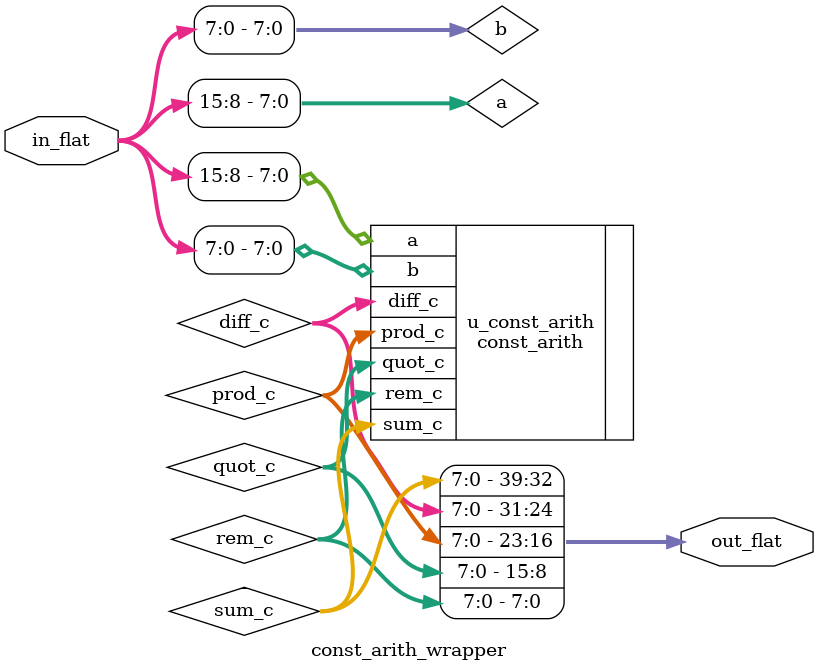
<source format=sv>
`include "const_arith.sv"

module const_arith_wrapper (
    input  wire [15:0] in_flat,
    output wire [39:0] out_flat
);

  // Slice `in_flat` into original inputs
  wire [7:0] a = in_flat[15:8];
  wire [7:0] b = in_flat[7:0];

  // Wires to capture original module outputs
  wire [7:0] sum_c;
  wire [7:0] diff_c;
  wire [7:0] prod_c;
  wire [7:0] quot_c;
  wire [7:0] rem_c;

  // Instantiate the original module
  const_arith u_const_arith (
    .a(a),
    .b(b),
    .sum_c(sum_c),
    .diff_c(diff_c),
    .prod_c(prod_c),
    .quot_c(quot_c),
    .rem_c(rem_c)
  );

  // Pack original outputs into `out_flat`
  assign out_flat[39:32] = sum_c;
  assign out_flat[31:24] = diff_c;
  assign out_flat[23:16] = prod_c;
  assign out_flat[15:8] = quot_c;
  assign out_flat[7:0] = rem_c;

endmodule  // const_arith_wrapper
</source>
